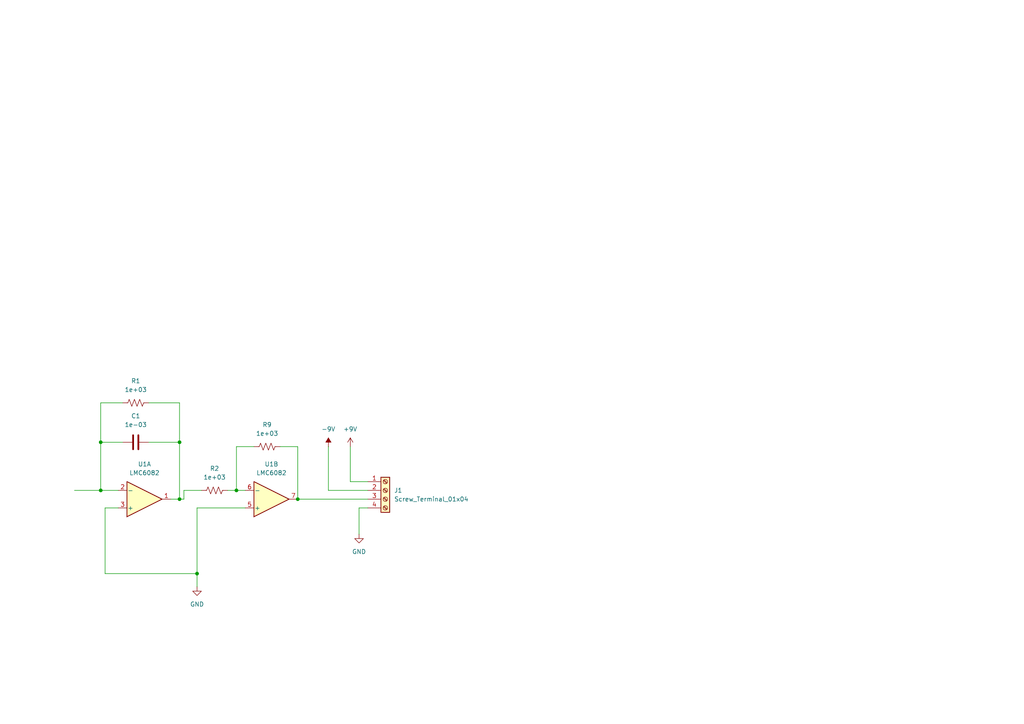
<source format=kicad_sch>
(kicad_sch (version 20250114) (generator "eeschema") (generator_version "9.0")
  (paper "A4")
  (lib_symbols
    (symbol "Amplifier_Operational:LMC6082" (pin_names (offset 0.127))
      (property "Reference" "U" (at 0 5.08 0))
      (property "Value" "LMC6082" (at 0 -5.08 0))
      (symbol "LMC6082_1_1"
        (polyline (pts (xy -5.08 5.08) (xy 5.08 0) (xy -5.08 -5.08) (xy -5.08 5.08)) (stroke (width 0.254)) (fill (type background)))
        (pin input line (at -7.62 2.54 0) (length 2.54) (name "+") (number "3"))
        (pin input line (at -7.62 -2.54 0) (length 2.54) (name "-") (number "2"))
        (pin output line (at 7.62 0 180) (length 2.54) (name "~") (number "1"))
      )
      (symbol "LMC6082_2_1"
        (polyline (pts (xy -5.08 5.08) (xy 5.08 0) (xy -5.08 -5.08) (xy -5.08 5.08)) (stroke (width 0.254)) (fill (type background)))
        (pin input line (at -7.62 2.54 0) (length 2.54) (name "+") (number "5"))
        (pin input line (at -7.62 -2.54 0) (length 2.54) (name "-") (number "6"))
        (pin output line (at 7.62 0 180) (length 2.54) (name "~") (number "7"))
      )
      (symbol "LMC6082_3_1"
        (pin power_in line (at -2.54 7.62 270) (length 3.81) (name "V+") (number "8"))
        (pin power_in line (at -2.54 -7.62 90) (length 3.81) (name "V-") (number "4"))
      )
    )
    (symbol "Connector:Screw_Terminal_01x04" (pin_names (offset 1.016) (hide yes))
      (property "Reference" "J" (at 0 5.08 0))
      (property "Value" "Screw_Terminal_01x04" (at 0 -7.62 0))
      (symbol "Screw_Terminal_01x04_1_1"
        (rectangle (start -1.27 3.81) (end 1.27 -6.35) (stroke (width 0.254)) (fill (type background)))
        (polyline (pts (xy -0.5334 2.8702) (xy 0.3302 2.032)) (stroke (width 0.1524)))
        (polyline (pts (xy -0.5334 0.3302) (xy 0.3302 -0.508)) (stroke (width 0.1524)))
        (polyline (pts (xy -0.5334 -2.2098) (xy 0.3302 -3.048)) (stroke (width 0.1524)))
        (polyline (pts (xy -0.5334 -4.7498) (xy 0.3302 -5.588)) (stroke (width 0.1524)))
        (polyline (pts (xy -0.3556 3.048) (xy 0.508 2.2098)) (stroke (width 0.1524)))
        (polyline (pts (xy -0.3556 0.508) (xy 0.508 -0.3302)) (stroke (width 0.1524)))
        (polyline (pts (xy -0.3556 -2.032) (xy 0.508 -2.8702)) (stroke (width 0.1524)))
        (polyline (pts (xy -0.3556 -4.572) (xy 0.508 -5.4102)) (stroke (width 0.1524)))
        (circle (center 0 2.54) (radius 0.635) (stroke (width 0.1524)))
        (circle (center 0 0) (radius 0.635) (stroke (width 0.1524)))
        (circle (center 0 -2.54) (radius 0.635) (stroke (width 0.1524)))
        (circle (center 0 -5.08) (radius 0.635) (stroke (width 0.1524)))
        (pin passive line (at -5.08 2.54 0) (length 3.81) (name "Pin_1") (number "1"))
        (pin passive line (at -5.08 0 0) (length 3.81) (name "Pin_2") (number "2"))
        (pin passive line (at -5.08 -2.54 0) (length 3.81) (name "Pin_3") (number "3"))
        (pin passive line (at -5.08 -5.08 0) (length 3.81) (name "Pin_4") (number "4"))
      )
    )
    (symbol "Device:C" (pin_numbers (hide yes)) (pin_names (offset 0.254))
      (property "Reference" "C" (at 0.635 2.54 0))
      (property "Value" "C" (at 0.635 -2.54 0))
      (symbol "C_0_1"
        (polyline (pts (xy -2.032 0.762) (xy 2.032 0.762)) (stroke (width 0.508)))
        (polyline (pts (xy -2.032 -0.762) (xy 2.032 -0.762)) (stroke (width 0.508)))
      )
      (symbol "C_1_1"
        (pin passive line (at 0 3.81 270) (length 2.794) (name "~") (number "1"))
        (pin passive line (at 0 -3.81 90) (length 2.794) (name "~") (number "2"))
      )
    )
    (symbol "Device:R_US" (pin_numbers (hide yes)) (pin_names (offset 0))
      (property "Reference" "R" (at 2.54 0 90))
      (property "Value" "R_US" (at -2.54 0 90))
      (symbol "R_US_0_1"
        (polyline (pts (xy 0 2.286) (xy 0 2.54)))
        (polyline (pts (xy 0 2.286) (xy 1.016 1.905) (xy 0 1.524) (xy -1.016 1.143) (xy 0 0.762)))
        (polyline (pts (xy 0 0.762) (xy 1.016 0.381) (xy 0 0) (xy -1.016 -0.381) (xy 0 -0.762)))
        (polyline (pts (xy 0 -0.762) (xy 1.016 -1.143) (xy 0 -1.524) (xy -1.016 -1.905) (xy 0 -2.286)))
        (polyline (pts (xy 0 -2.286) (xy 0 -2.54)))
      )
      (symbol "R_US_1_1"
        (pin passive line (at 0 3.81 270) (length 1.27) (name "~") (number "1"))
        (pin passive line (at 0 -3.81 90) (length 1.27) (name "~") (number "2"))
      )
    )
    (symbol "power:+9V" (power) (pin_numbers (hide yes)) (pin_names (offset 0) (hide yes))
      (property "Value" "+9V" (at 0 3.556 0))
      (symbol "+9V_0_1"
        (polyline (pts (xy -0.762 1.27) (xy 0 2.54)))
        (polyline (pts (xy 0 2.54) (xy 0.762 1.27)))
        (polyline (pts (xy 0 0) (xy 0 2.54)))
      )
      (symbol "+9V_1_1"
        (pin power_in line (at 0 0 90) (length 0) (name "~") (number "1"))
      )
    )
    (symbol "power:-9V" (power) (pin_numbers (hide yes)) (pin_names (offset 0) (hide yes))
      (property "Value" "-9V" (at 0 3.556 0))
      (symbol "-9V_0_1"
        (polyline (pts (xy 0 0) (xy 0 2.54)))
        (polyline (pts (xy 0.762 1.27) (xy -0.762 1.27) (xy 0 2.54) (xy 0.762 1.27)) (fill (type outline)))
      )
      (symbol "-9V_1_1"
        (pin power_in line (at 0 0 90) (length 0) (name "~") (number "1"))
      )
    )
    (symbol "power:GND" (power) (pin_names (offset 0))
      (property "Value" "GND" (at 0 -3.81 0))
      (symbol "GND_0_1"
        (polyline (pts (xy 0 0) (xy 0 -1.27) (xy 1.27 -1.27) (xy 0 -2.54) (xy -1.27 -1.27) (xy 0 -1.27)))
      )
      (symbol "GND_1_1"
        (pin power_in line (at 0 0 270) (length 0) (hide yes) (name "GND") (number "1"))
      )
    )
  )
  (junction (at 57.15 166.37))
  (junction (at 29.21 142.24))
  (junction (at 86.36 144.78))
  (junction (at 52.07 128.27))
  (junction (at 52.07 144.78))
  (junction (at 29.21 128.27))
  (junction (at 68.58 142.24))
  (wire (pts (xy 53.34 142.24) (xy 58.42 142.24)))
  (wire (pts (xy 66.04 142.24) (xy 68.58 142.24)))
  (wire (pts (xy 53.34 142.24) (xy 53.34 144.78)))
  (wire (pts (xy 86.36 144.78) (xy 106.68 144.78)))
  (wire (pts (xy 43.18 116.84) (xy 52.07 116.84)))
  (wire (pts (xy 57.15 147.32) (xy 57.15 166.37)))
  (wire (pts (xy 95.25 129.54) (xy 95.25 142.24)))
  (wire (pts (xy 101.6 129.54) (xy 101.6 139.7)))
  (wire (pts (xy 68.58 129.54) (xy 73.66 129.54)))
  (wire (pts (xy 52.07 128.27) (xy 52.07 144.78)))
  (wire (pts (xy 29.21 128.27) (xy 29.21 116.84)))
  (wire (pts (xy 57.15 166.37) (xy 57.15 170.18)))
  (wire (pts (xy 30.48 166.37) (xy 57.15 166.37)))
  (wire (pts (xy 106.68 142.24) (xy 95.25 142.24)))
  (wire (pts (xy 71.12 147.32) (xy 57.15 147.32)))
  (wire (pts (xy 21.59 142.24) (xy 29.21 142.24)))
  (wire (pts (xy 34.29 147.32) (xy 30.48 147.32)))
  (wire (pts (xy 49.53 144.78) (xy 52.07 144.78)))
  (wire (pts (xy 68.58 129.54) (xy 68.58 142.24)))
  (wire (pts (xy 106.68 139.7) (xy 101.6 139.7)))
  (wire (pts (xy 43.18 128.27) (xy 52.07 128.27)))
  (wire (pts (xy 29.21 116.84) (xy 35.56 116.84)))
  (wire (pts (xy 29.21 142.24) (xy 29.21 128.27)))
  (wire (pts (xy 52.07 144.78) (xy 53.34 144.78)))
  (wire (pts (xy 30.48 147.32) (xy 30.48 166.37)))
  (wire (pts (xy 86.36 144.78) (xy 86.36 129.54)))
  (wire (pts (xy 68.58 142.24) (xy 71.12 142.24)))
  (wire (pts (xy 104.14 147.32) (xy 104.14 154.94)))
  (wire (pts (xy 29.21 142.24) (xy 34.29 142.24)))
  (wire (pts (xy 106.68 147.32) (xy 104.14 147.32)))
  (wire (pts (xy 52.07 116.84) (xy 52.07 128.27)))
  (wire (pts (xy 81.28 129.54) (xy 86.36 129.54)))
  (wire (pts (xy 29.21 128.27) (xy 35.56 128.27)))
  (symbol (lib_id "power:GND") (at 104.14 154.94 0) (unit 1)
    (property "Reference" "#PWR01" (effects (hide yes)))
    (property "Value" "GND" (at 104.14 160.02 0))
  )
  (symbol (lib_id "power:+9V") (at 101.6 129.54 0) (unit 1)
    (property "Reference" "#PWR08" (effects (hide yes)))
    (property "Value" "+9V" (at 101.6 124.46 0))
    (property "Description" "Power symbol creates a global label with name \"+9V\"" (effects (hide yes)))
  )
  (symbol (lib_id "Device:R_US") (at 39.37 116.84 90) (unit 1)
    (property "Reference" "R1" (at 39.37 110.49 90))
    (property "Value" "1e+03" (at 39.37 113.03 90))
    (property "Footprint" "Resistor_SMD:R_1206_3216Metric_Pad1.30x1.75mm_HandSolder" (effects (hide yes)))
  )
  (symbol (lib_id "Amplifier_Operational:LMC6082") (at 41.91 144.78 0) (mirror x) (unit 1)
    (property "Reference" "U1" (at 41.91 134.62 0))
    (property "Value" "LMC6082" (at 41.91 137.16 0))
    (property "Footprint" "Package_DIP:DIP-8_W7.62mm" (effects (hide yes)))
    (property "Datasheet" "http://www.ti.com/lit/ds/symlink/lmc6082.pdf" (effects (hide yes)))
  )
  (symbol (lib_id "power:-9V") (at 95.25 129.54 0) (unit 1)
    (property "Reference" "#PWR09" (effects (hide yes)))
    (property "Value" "-9V" (at 95.25 124.46 0))
    (property "Description" "Power symbol creates a global label with name \"-9V\"" (effects (hide yes)))
  )
  (symbol (lib_id "Connector:Screw_Terminal_01x04") (at 111.76 142.24 0) (unit 1)
    (property "Reference" "J1" (at 114.3 142.2399 0) (effects (justify left)))
    (property "Value" "Screw_Terminal_01x04" (at 114.3 144.7799 0) (effects (justify left)))
    (property "Footprint" "TerminalBlock_Phoenix:TerminalBlock_Phoenix_MPT-0,5-4-2.54_1x04_P2.54mm_Horizontal" (effects (hide yes)))
  )
  (symbol (lib_id "Device:R_US") (at 62.23 142.24 90) (unit 1)
    (property "Reference" "R2" (at 62.23 135.89 90))
    (property "Value" "1e+03" (at 62.23 138.43 90))
    (property "Footprint" "Resistor_SMD:R_1206_3216Metric_Pad1.30x1.75mm_HandSolder" (effects (hide yes)))
  )
  (symbol (lib_id "Amplifier_Operational:LMC6082") (at 78.74 144.78 0) (mirror x) (unit 2)
    (property "Reference" "U1" (at 78.74 134.62 0))
    (property "Value" "LMC6082" (at 78.74 137.16 0))
    (property "Footprint" "Package_DIP:DIP-8_W7.62mm" (effects (hide yes)))
    (property "Datasheet" "http://www.ti.com/lit/ds/symlink/lmc6082.pdf" (effects (hide yes)))
  )
  (symbol (lib_id "Device:C") (at 39.37 128.27 90) (unit 1)
    (property "Reference" "C1" (at 39.37 120.65 90))
    (property "Value" "1e-03" (at 39.37 123.19 90))
    (property "Footprint" "Capacitor_SMD:C_1206_3216Metric_Pad1.33x1.80mm_HandSolder" (effects (hide yes)))
  )
  (symbol (lib_id "Device:R_US") (at 77.47 129.54 90) (unit 1)
    (property "Reference" "R9" (at 77.47 123.19 90))
    (property "Value" "1e+03" (at 77.47 125.73 90))
    (property "Footprint" "Resistor_SMD:R_1206_3216Metric_Pad1.30x1.75mm_HandSolder" (effects (hide yes)))
  )
  (symbol (lib_id "power:GND") (at 57.15 170.18 0) (unit 1)
    (property "Reference" "#PWR03" (effects (hide yes)))
    (property "Value" "GND" (at 57.15 175.26 0))
  )
)
</source>
